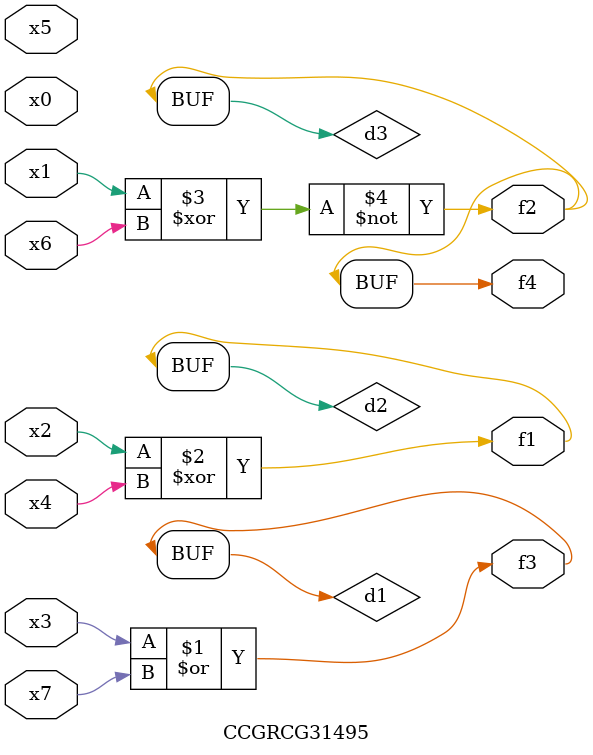
<source format=v>
module CCGRCG31495(
	input x0, x1, x2, x3, x4, x5, x6, x7,
	output f1, f2, f3, f4
);

	wire d1, d2, d3;

	or (d1, x3, x7);
	xor (d2, x2, x4);
	xnor (d3, x1, x6);
	assign f1 = d2;
	assign f2 = d3;
	assign f3 = d1;
	assign f4 = d3;
endmodule

</source>
